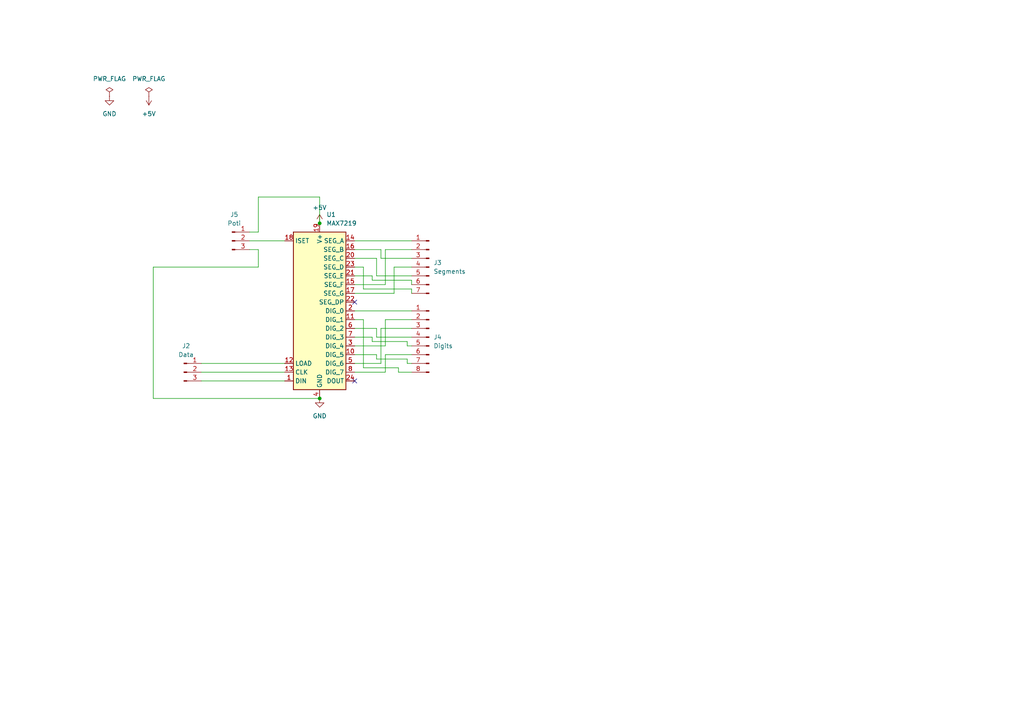
<source format=kicad_sch>
(kicad_sch (version 20230121) (generator eeschema)
  (paper "A4")
  (lib_symbols
    (symbol "Connector:Conn_01x03_Pin" (pin_names (offset 1.016) hide)
      (property "Reference" "J" (at 0 5.08 0))
      (property "Value" "Conn_01x03_Pin" (at 0 -5.08 0))
      (symbol "Conn_01x03_Pin_1_1"
        (polyline (pts (xy 1.27 -2.54) (xy 0.8636 -2.54)) (stroke (width 0.1524)))
        (polyline (pts (xy 1.27 0) (xy 0.8636 0)) (stroke (width 0.1524)))
        (polyline (pts (xy 1.27 2.54) (xy 0.8636 2.54)) (stroke (width 0.1524)))
        (rectangle (start 0.8636 -2.413) (end 0 -2.667) (stroke (width 0.1524)) (fill (type outline)))
        (rectangle (start 0.8636 0.127) (end 0 -0.127) (stroke (width 0.1524)) (fill (type outline)))
        (rectangle (start 0.8636 2.667) (end 0 2.413) (stroke (width 0.1524)) (fill (type outline)))
        (pin passive line (at 5.08 2.54 180) (length 3.81) (name "Pin_1") (number "1"))
        (pin passive line (at 5.08 0 180) (length 3.81) (name "Pin_2") (number "2"))
        (pin passive line (at 5.08 -2.54 180) (length 3.81) (name "Pin_3") (number "3"))
      )
    )
    (symbol "Connector:Conn_01x07_Pin" (pin_names (offset 1.016) hide)
      (property "Reference" "J" (at 0 10.16 0))
      (property "Value" "Conn_01x07_Pin" (at 0 -10.16 0))
      (symbol "Conn_01x07_Pin_1_1"
        (polyline (pts (xy 1.27 -7.62) (xy 0.8636 -7.62)) (stroke (width 0.1524)))
        (polyline (pts (xy 1.27 -5.08) (xy 0.8636 -5.08)) (stroke (width 0.1524)))
        (polyline (pts (xy 1.27 -2.54) (xy 0.8636 -2.54)) (stroke (width 0.1524)))
        (polyline (pts (xy 1.27 0) (xy 0.8636 0)) (stroke (width 0.1524)))
        (polyline (pts (xy 1.27 2.54) (xy 0.8636 2.54)) (stroke (width 0.1524)))
        (polyline (pts (xy 1.27 5.08) (xy 0.8636 5.08)) (stroke (width 0.1524)))
        (polyline (pts (xy 1.27 7.62) (xy 0.8636 7.62)) (stroke (width 0.1524)))
        (rectangle (start 0.8636 -7.493) (end 0 -7.747) (stroke (width 0.1524)) (fill (type outline)))
        (rectangle (start 0.8636 -4.953) (end 0 -5.207) (stroke (width 0.1524)) (fill (type outline)))
        (rectangle (start 0.8636 -2.413) (end 0 -2.667) (stroke (width 0.1524)) (fill (type outline)))
        (rectangle (start 0.8636 0.127) (end 0 -0.127) (stroke (width 0.1524)) (fill (type outline)))
        (rectangle (start 0.8636 2.667) (end 0 2.413) (stroke (width 0.1524)) (fill (type outline)))
        (rectangle (start 0.8636 5.207) (end 0 4.953) (stroke (width 0.1524)) (fill (type outline)))
        (rectangle (start 0.8636 7.747) (end 0 7.493) (stroke (width 0.1524)) (fill (type outline)))
        (pin passive line (at 5.08 7.62 180) (length 3.81) (name "Pin_1") (number "1"))
        (pin passive line (at 5.08 5.08 180) (length 3.81) (name "Pin_2") (number "2"))
        (pin passive line (at 5.08 2.54 180) (length 3.81) (name "Pin_3") (number "3"))
        (pin passive line (at 5.08 0 180) (length 3.81) (name "Pin_4") (number "4"))
        (pin passive line (at 5.08 -2.54 180) (length 3.81) (name "Pin_5") (number "5"))
        (pin passive line (at 5.08 -5.08 180) (length 3.81) (name "Pin_6") (number "6"))
        (pin passive line (at 5.08 -7.62 180) (length 3.81) (name "Pin_7") (number "7"))
      )
    )
    (symbol "Connector:Conn_01x08_Pin" (pin_names (offset 1.016) hide)
      (property "Reference" "J" (at 0 10.16 0))
      (property "Value" "Conn_01x08_Pin" (at 0 -12.7 0))
      (symbol "Conn_01x08_Pin_1_1"
        (polyline (pts (xy 1.27 -10.16) (xy 0.8636 -10.16)) (stroke (width 0.1524)))
        (polyline (pts (xy 1.27 -7.62) (xy 0.8636 -7.62)) (stroke (width 0.1524)))
        (polyline (pts (xy 1.27 -5.08) (xy 0.8636 -5.08)) (stroke (width 0.1524)))
        (polyline (pts (xy 1.27 -2.54) (xy 0.8636 -2.54)) (stroke (width 0.1524)))
        (polyline (pts (xy 1.27 0) (xy 0.8636 0)) (stroke (width 0.1524)))
        (polyline (pts (xy 1.27 2.54) (xy 0.8636 2.54)) (stroke (width 0.1524)))
        (polyline (pts (xy 1.27 5.08) (xy 0.8636 5.08)) (stroke (width 0.1524)))
        (polyline (pts (xy 1.27 7.62) (xy 0.8636 7.62)) (stroke (width 0.1524)))
        (rectangle (start 0.8636 -10.033) (end 0 -10.287) (stroke (width 0.1524)) (fill (type outline)))
        (rectangle (start 0.8636 -7.493) (end 0 -7.747) (stroke (width 0.1524)) (fill (type outline)))
        (rectangle (start 0.8636 -4.953) (end 0 -5.207) (stroke (width 0.1524)) (fill (type outline)))
        (rectangle (start 0.8636 -2.413) (end 0 -2.667) (stroke (width 0.1524)) (fill (type outline)))
        (rectangle (start 0.8636 0.127) (end 0 -0.127) (stroke (width 0.1524)) (fill (type outline)))
        (rectangle (start 0.8636 2.667) (end 0 2.413) (stroke (width 0.1524)) (fill (type outline)))
        (rectangle (start 0.8636 5.207) (end 0 4.953) (stroke (width 0.1524)) (fill (type outline)))
        (rectangle (start 0.8636 7.747) (end 0 7.493) (stroke (width 0.1524)) (fill (type outline)))
        (pin passive line (at 5.08 7.62 180) (length 3.81) (name "Pin_1") (number "1"))
        (pin passive line (at 5.08 5.08 180) (length 3.81) (name "Pin_2") (number "2"))
        (pin passive line (at 5.08 2.54 180) (length 3.81) (name "Pin_3") (number "3"))
        (pin passive line (at 5.08 0 180) (length 3.81) (name "Pin_4") (number "4"))
        (pin passive line (at 5.08 -2.54 180) (length 3.81) (name "Pin_5") (number "5"))
        (pin passive line (at 5.08 -5.08 180) (length 3.81) (name "Pin_6") (number "6"))
        (pin passive line (at 5.08 -7.62 180) (length 3.81) (name "Pin_7") (number "7"))
        (pin passive line (at 5.08 -10.16 180) (length 3.81) (name "Pin_8") (number "8"))
      )
    )
    (symbol "Driver_LED:MAX7219"
      (property "Reference" "U" (at -6.35 24.13 0))
      (property "Value" "MAX7219" (at 1.27 25.4 0))
      (symbol "MAX7219_0_1"
        (rectangle (start -7.62 22.86) (end 7.62 -22.86) (stroke (width 0.254)) (fill (type background)))
      )
      (symbol "MAX7219_1_1"
        (pin input line (at -10.16 -20.32 0) (length 2.54) (name "DIN") (number "1"))
        (pin output line (at 10.16 -12.7 180) (length 2.54) (name "DIG_5") (number "10"))
        (pin output line (at 10.16 -2.54 180) (length 2.54) (name "DIG_1") (number "11"))
        (pin input line (at -10.16 -15.24 0) (length 2.54) (name "LOAD") (number "12"))
        (pin input line (at -10.16 -17.78 0) (length 2.54) (name "CLK") (number "13"))
        (pin output line (at 10.16 20.32 180) (length 2.54) (name "SEG_A") (number "14"))
        (pin output line (at 10.16 7.62 180) (length 2.54) (name "SEG_F") (number "15"))
        (pin output line (at 10.16 17.78 180) (length 2.54) (name "SEG_B") (number "16"))
        (pin output line (at 10.16 5.08 180) (length 2.54) (name "SEG_G") (number "17"))
        (pin input line (at -10.16 20.32 0) (length 2.54) (name "ISET") (number "18"))
        (pin power_in line (at 0 25.4 270) (length 2.54) (name "V+") (number "19"))
        (pin output line (at 10.16 0 180) (length 2.54) (name "DIG_0") (number "2"))
        (pin output line (at 10.16 15.24 180) (length 2.54) (name "SEG_C") (number "20"))
        (pin output line (at 10.16 10.16 180) (length 2.54) (name "SEG_E") (number "21"))
        (pin output line (at 10.16 2.54 180) (length 2.54) (name "SEG_DP") (number "22"))
        (pin output line (at 10.16 12.7 180) (length 2.54) (name "SEG_D") (number "23"))
        (pin output line (at 10.16 -20.32 180) (length 2.54) (name "DOUT") (number "24"))
        (pin output line (at 10.16 -10.16 180) (length 2.54) (name "DIG_4") (number "3"))
        (pin power_in line (at 0 -25.4 90) (length 2.54) (name "GND") (number "4"))
        (pin output line (at 10.16 -15.24 180) (length 2.54) (name "DIG_6") (number "5"))
        (pin output line (at 10.16 -5.08 180) (length 2.54) (name "DIG_2") (number "6"))
        (pin output line (at 10.16 -7.62 180) (length 2.54) (name "DIG_3") (number "7"))
        (pin output line (at 10.16 -17.78 180) (length 2.54) (name "DIG_7") (number "8"))
        (pin passive line (at 0 -25.4 90) (length 2.54) hide (name "GND") (number "9"))
      )
    )
    (symbol "power:+5V" (power) (pin_names (offset 0))
      (property "Value" "+5V" (at 0 3.556 0))
      (symbol "+5V_0_1"
        (polyline (pts (xy -0.762 1.27) (xy 0 2.54)))
        (polyline (pts (xy 0 0) (xy 0 2.54)))
        (polyline (pts (xy 0 2.54) (xy 0.762 1.27)))
      )
      (symbol "+5V_1_1"
        (pin power_in line (at 0 0 90) (length 0) hide (name "+5V") (number "1"))
      )
    )
    (symbol "power:GND" (power) (pin_names (offset 0))
      (property "Value" "GND" (at 0 -3.81 0))
      (symbol "GND_0_1"
        (polyline (pts (xy 0 0) (xy 0 -1.27) (xy 1.27 -1.27) (xy 0 -2.54) (xy -1.27 -1.27) (xy 0 -1.27)))
      )
      (symbol "GND_1_1"
        (pin power_in line (at 0 0 270) (length 0) hide (name "GND") (number "1"))
      )
    )
    (symbol "power:PWR_FLAG" (power) (pin_numbers hide) (pin_names (offset 0) hide)
      (property "Value" "PWR_FLAG" (at 0 3.81 0))
      (symbol "PWR_FLAG_0_0"
        (pin power_out line (at 0 0 90) (length 0) (name "pwr") (number "1"))
      )
      (symbol "PWR_FLAG_0_1"
        (polyline (pts (xy 0 0) (xy 0 1.27) (xy -1.016 1.905) (xy 0 2.54) (xy 1.016 1.905) (xy 0 1.27)))
      )
    )
  )
  (junction (at 92.71 64.77))
  (junction (at 92.71 115.57))
  (no_connect (at 102.87 87.63))
  (no_connect (at 102.87 110.49))
  (wire (pts (xy 118.11 105.41) (xy 119.38 105.41)))
  (wire (pts (xy 110.49 72.39) (xy 110.49 74.93)))
  (wire (pts (xy 107.95 80.01) (xy 107.95 81.28)))
  (wire (pts (xy 102.87 102.87) (xy 109.22 102.87)))
  (wire (pts (xy 109.22 80.01) (xy 119.38 80.01)))
  (wire (pts (xy 105.41 92.71) (xy 105.41 106.68)))
  (wire (pts (xy 111.76 72.39) (xy 119.38 72.39)))
  (wire (pts (xy 102.87 97.79) (xy 107.95 97.79)))
  (wire (pts (xy 111.76 100.33) (xy 111.76 92.71)))
  (wire (pts (xy 105.41 77.47) (xy 105.41 83.82)))
  (wire (pts (xy 102.87 72.39) (xy 110.49 72.39)))
  (wire (pts (xy 107.95 97.79) (xy 107.95 99.06)))
  (wire (pts (xy 102.87 107.95) (xy 111.76 107.95)))
  (wire (pts (xy 58.42 110.49) (xy 82.55 110.49)))
  (wire (pts (xy 109.22 74.93) (xy 109.22 80.01)))
  (wire (pts (xy 102.87 80.01) (xy 107.95 80.01)))
  (wire (pts (xy 102.87 95.25) (xy 109.22 95.25)))
  (wire (pts (xy 111.76 107.95) (xy 111.76 102.87)))
  (wire (pts (xy 102.87 105.41) (xy 110.49 105.41)))
  (wire (pts (xy 92.71 115.57) (xy 44.45 115.57)))
  (wire (pts (xy 110.49 105.41) (xy 110.49 95.25)))
  (wire (pts (xy 118.11 99.06) (xy 118.11 100.33)))
  (wire (pts (xy 44.45 77.47) (xy 74.93 77.47)))
  (wire (pts (xy 74.93 67.31) (xy 72.39 67.31)))
  (wire (pts (xy 102.87 90.17) (xy 119.38 90.17)))
  (wire (pts (xy 102.87 85.09) (xy 114.3 85.09)))
  (wire (pts (xy 109.22 102.87) (xy 109.22 104.14)))
  (wire (pts (xy 118.11 100.33) (xy 119.38 100.33)))
  (wire (pts (xy 58.42 107.95) (xy 82.55 107.95)))
  (wire (pts (xy 119.38 83.82) (xy 119.38 85.09)))
  (wire (pts (xy 111.76 82.55) (xy 111.76 72.39)))
  (wire (pts (xy 107.95 81.28) (xy 119.38 81.28)))
  (wire (pts (xy 109.22 104.14) (xy 118.11 104.14)))
  (wire (pts (xy 114.3 85.09) (xy 114.3 77.47)))
  (wire (pts (xy 109.22 97.79) (xy 119.38 97.79)))
  (wire (pts (xy 111.76 92.71) (xy 119.38 92.71)))
  (wire (pts (xy 44.45 115.57) (xy 44.45 77.47)))
  (wire (pts (xy 102.87 82.55) (xy 111.76 82.55)))
  (wire (pts (xy 102.87 77.47) (xy 105.41 77.47)))
  (wire (pts (xy 110.49 74.93) (xy 119.38 74.93)))
  (wire (pts (xy 102.87 74.93) (xy 109.22 74.93)))
  (wire (pts (xy 111.76 102.87) (xy 119.38 102.87)))
  (wire (pts (xy 72.39 72.39) (xy 74.93 72.39)))
  (wire (pts (xy 92.71 57.15) (xy 92.71 64.77)))
  (wire (pts (xy 74.93 57.15) (xy 74.93 67.31)))
  (wire (pts (xy 105.41 106.68) (xy 115.57 106.68)))
  (wire (pts (xy 115.57 106.68) (xy 115.57 107.95)))
  (wire (pts (xy 92.71 57.15) (xy 74.93 57.15)))
  (wire (pts (xy 102.87 92.71) (xy 105.41 92.71)))
  (wire (pts (xy 119.38 81.28) (xy 119.38 82.55)))
  (wire (pts (xy 105.41 83.82) (xy 119.38 83.82)))
  (wire (pts (xy 118.11 104.14) (xy 118.11 105.41)))
  (wire (pts (xy 72.39 69.85) (xy 82.55 69.85)))
  (wire (pts (xy 102.87 69.85) (xy 119.38 69.85)))
  (wire (pts (xy 115.57 107.95) (xy 119.38 107.95)))
  (wire (pts (xy 58.42 105.41) (xy 82.55 105.41)))
  (wire (pts (xy 107.95 99.06) (xy 118.11 99.06)))
  (wire (pts (xy 74.93 72.39) (xy 74.93 77.47)))
  (wire (pts (xy 102.87 100.33) (xy 111.76 100.33)))
  (wire (pts (xy 114.3 77.47) (xy 119.38 77.47)))
  (wire (pts (xy 110.49 95.25) (xy 119.38 95.25)))
  (wire (pts (xy 109.22 95.25) (xy 109.22 97.79)))
  (symbol (lib_id "power:+5V") (at 92.71 64.77 0) (unit 1)
    (property "Reference" "#PWR04" (effects hide))
    (property "Value" "+5V" (at 92.71 60.2199 0))
  )
  (symbol (lib_id "Connector:Conn_01x07_Pin") (at 124.46 77.47 0) (mirror y) (unit 1)
    (property "Reference" "J3" (at 125.73 76.2 0) (effects (justify right)))
    (property "Value" "Segments" (at 125.73 78.74 0) (effects (justify right)))
    (property "Footprint" "Connector_PinHeader_2.54mm:PinHeader_1x07_P2.54mm_Vertical" (effects hide))
  )
  (symbol (lib_id "power:GND") (at 31.75 27.94 0) (unit 1)
    (property "Reference" "#PWR01" (effects hide))
    (property "Value" "GND" (at 31.75 33.02 0))
  )
  (symbol (lib_id "power:+5V") (at 43.18 27.94 180) (unit 1)
    (property "Reference" "#PWR02" (effects hide))
    (property "Value" "+5V" (at 43.18 33.02 0))
  )
  (symbol (lib_id "Connector:Conn_01x03_Pin") (at 53.34 107.95 0) (unit 1)
    (property "Reference" "J2" (at 53.975 100.33 0))
    (property "Value" "Data" (at 53.975 102.87 0))
    (property "Footprint" "Connector_PinHeader_2.54mm:PinHeader_1x03_P2.54mm_Vertical" (effects hide))
  )
  (symbol (lib_id "power:PWR_FLAG") (at 31.75 27.94 0) (unit 1)
    (property "Reference" "#FLG01" (effects hide))
    (property "Value" "PWR_FLAG" (at 31.75 22.86 0))
  )
  (symbol (lib_id "power:GND") (at 92.71 115.57 0) (unit 1)
    (property "Reference" "#PWR03" (effects hide))
    (property "Value" "GND" (at 92.71 120.65 0))
  )
  (symbol (lib_id "Connector:Conn_01x08_Pin") (at 124.46 97.79 0) (mirror y) (unit 1)
    (property "Reference" "J4" (at 125.73 97.79 0) (effects (justify right)))
    (property "Value" "Digits" (at 125.73 100.33 0) (effects (justify right)))
    (property "Footprint" "Connector_PinHeader_2.54mm:PinHeader_1x08_P2.54mm_Vertical" (effects hide))
  )
  (symbol (lib_id "Driver_LED:MAX7219") (at 92.71 90.17 0) (unit 1)
    (property "Reference" "U1" (at 94.6659 62.23 0) (effects (justify left)))
    (property "Value" "MAX7219" (at 94.6659 64.77 0) (effects (justify left)))
    (property "Footprint" "Package_DIP:DIP-24_W10.16mm" (effects hide))
    (property "Datasheet" "https://datasheets.maximintegrated.com/en/ds/MAX7219-MAX7221.pdf" (effects hide))
  )
  (symbol (lib_id "Connector:Conn_01x03_Pin") (at 67.31 69.85 0) (unit 1)
    (property "Reference" "J5" (at 67.945 62.23 0))
    (property "Value" "Poti" (at 67.945 64.77 0))
    (property "Footprint" "Connector_PinHeader_2.54mm:PinHeader_1x03_P2.54mm_Vertical" (effects hide))
  )
  (symbol (lib_id "power:PWR_FLAG") (at 43.18 27.94 0) (unit 1)
    (property "Reference" "#FLG02" (effects hide))
    (property "Value" "PWR_FLAG" (at 43.18 22.86 0))
  )
)
</source>
